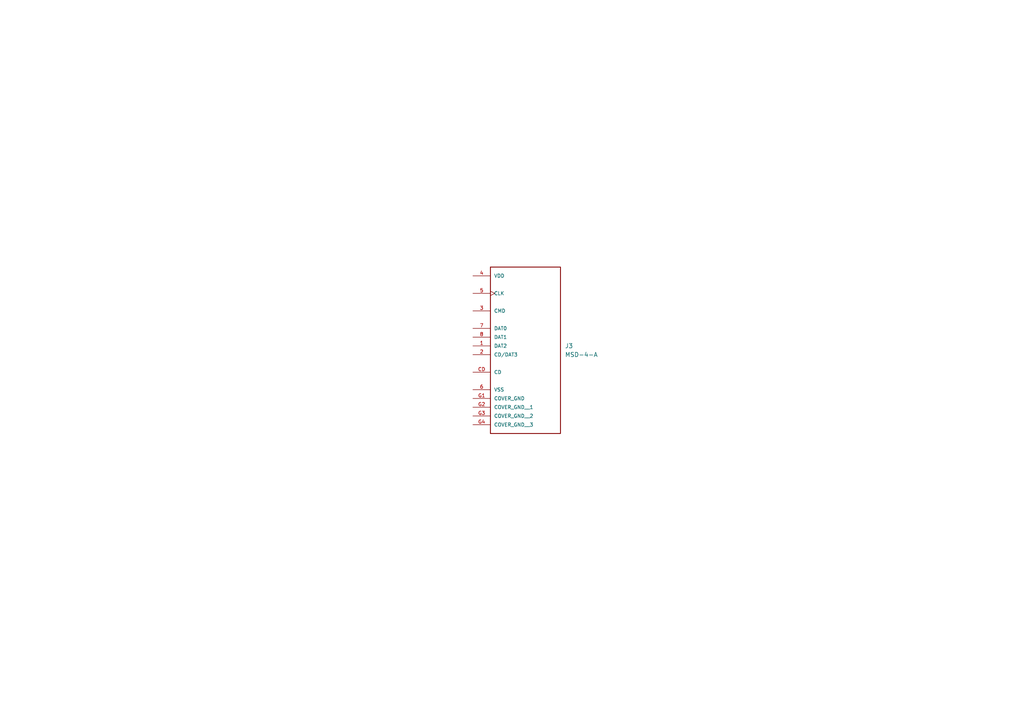
<source format=kicad_sch>
(kicad_sch
	(version 20250114)
	(generator "eeschema")
	(generator_version "9.0")
	(uuid "f12cb1f7-d40e-4624-9f41-c3bd7083808a")
	(paper "A4")
	(lib_symbols
		(symbol "Cosmos Schematic Symbols_V2:MSD-4-A"
			(pin_names
				(offset 1.016)
			)
			(exclude_from_sim no)
			(in_bom yes)
			(on_board yes)
			(property "Reference" "J"
				(at -10.16 21.082 0)
				(effects
					(font
						(size 1.27 1.27)
					)
					(justify left bottom)
				)
			)
			(property "Value" "MSD-4-A"
				(at -10.16 -30.48 0)
				(effects
					(font
						(size 1.27 1.27)
					)
					(justify left bottom)
				)
			)
			(property "Footprint" "MSD-4-A:CUI_MSD-4-A"
				(at -0.762 14.986 0)
				(effects
					(font
						(size 1.27 1.27)
					)
					(justify bottom)
					(hide yes)
				)
			)
			(property "Datasheet" ""
				(at 0 0 0)
				(effects
					(font
						(size 1.27 1.27)
					)
					(hide yes)
				)
			)
			(property "Description" ""
				(at 0 0 0)
				(effects
					(font
						(size 1.27 1.27)
					)
					(hide yes)
				)
			)
			(property "PARTREV" ""
				(at 0.254 15.748 0)
				(effects
					(font
						(size 1.27 1.27)
					)
					(justify bottom)
					(hide yes)
				)
			)
			(property "STANDARD" ""
				(at -0.508 23.876 0)
				(effects
					(font
						(size 1.27 1.27)
					)
					(justify bottom)
					(hide yes)
				)
			)
			(property "MAXIMUM_PACKAGE_HEIGHT" ""
				(at 0.254 12.7 0)
				(effects
					(font
						(size 1.27 1.27)
					)
					(justify bottom)
					(hide yes)
				)
			)
			(property "MANUFACTURER" "CUI Devices"
				(at 0.762 18.288 0)
				(effects
					(font
						(size 1.27 1.27)
					)
					(justify bottom)
					(hide yes)
				)
			)
			(symbol "MSD-4-A_0_0"
				(pin power_in line
					(at -15.24 17.78 0)
					(length 5.08)
					(name "VDD"
						(effects
							(font
								(size 1.016 1.016)
							)
						)
					)
					(number "4"
						(effects
							(font
								(size 1.016 1.016)
							)
						)
					)
				)
				(pin input clock
					(at -15.24 12.7 0)
					(length 5.08)
					(name "CLK"
						(effects
							(font
								(size 1.016 1.016)
							)
						)
					)
					(number "5"
						(effects
							(font
								(size 1.016 1.016)
							)
						)
					)
				)
				(pin bidirectional line
					(at -15.24 7.62 0)
					(length 5.08)
					(name "CMD"
						(effects
							(font
								(size 1.016 1.016)
							)
						)
					)
					(number "3"
						(effects
							(font
								(size 1.016 1.016)
							)
						)
					)
				)
				(pin bidirectional line
					(at -15.24 2.54 0)
					(length 5.08)
					(name "DAT0"
						(effects
							(font
								(size 1.016 1.016)
							)
						)
					)
					(number "7"
						(effects
							(font
								(size 1.016 1.016)
							)
						)
					)
				)
				(pin bidirectional line
					(at -15.24 0 0)
					(length 5.08)
					(name "DAT1"
						(effects
							(font
								(size 1.016 1.016)
							)
						)
					)
					(number "8"
						(effects
							(font
								(size 1.016 1.016)
							)
						)
					)
				)
				(pin bidirectional line
					(at -15.24 -2.54 0)
					(length 5.08)
					(name "DAT2"
						(effects
							(font
								(size 1.016 1.016)
							)
						)
					)
					(number "1"
						(effects
							(font
								(size 1.016 1.016)
							)
						)
					)
				)
				(pin bidirectional line
					(at -15.24 -5.08 0)
					(length 5.08)
					(name "CD/DAT3"
						(effects
							(font
								(size 1.016 1.016)
							)
						)
					)
					(number "2"
						(effects
							(font
								(size 1.016 1.016)
							)
						)
					)
				)
				(pin passive line
					(at -15.24 -10.16 0)
					(length 5.08)
					(name "CD"
						(effects
							(font
								(size 1.016 1.016)
							)
						)
					)
					(number "CD"
						(effects
							(font
								(size 1.016 1.016)
							)
						)
					)
				)
				(pin power_in line
					(at -15.24 -15.24 0)
					(length 5.08)
					(name "VSS"
						(effects
							(font
								(size 1.016 1.016)
							)
						)
					)
					(number "6"
						(effects
							(font
								(size 1.016 1.016)
							)
						)
					)
				)
				(pin power_in line
					(at -15.24 -17.78 0)
					(length 5.08)
					(name "COVER_GND"
						(effects
							(font
								(size 1.016 1.016)
							)
						)
					)
					(number "G1"
						(effects
							(font
								(size 1.016 1.016)
							)
						)
					)
				)
				(pin power_in line
					(at -15.24 -20.32 0)
					(length 5.08)
					(name "COVER_GND__1"
						(effects
							(font
								(size 1.016 1.016)
							)
						)
					)
					(number "G2"
						(effects
							(font
								(size 1.016 1.016)
							)
						)
					)
				)
				(pin power_in line
					(at -15.24 -22.86 0)
					(length 5.08)
					(name "COVER_GND__2"
						(effects
							(font
								(size 1.016 1.016)
							)
						)
					)
					(number "G3"
						(effects
							(font
								(size 1.016 1.016)
							)
						)
					)
				)
				(pin power_in line
					(at -15.24 -25.4 0)
					(length 5.08)
					(name "COVER_GND__3"
						(effects
							(font
								(size 1.016 1.016)
							)
						)
					)
					(number "G4"
						(effects
							(font
								(size 1.016 1.016)
							)
						)
					)
				)
			)
			(symbol "MSD-4-A_1_0"
				(rectangle
					(start -10.16 20.32)
					(end 10.16 -27.94)
					(stroke
						(width 0.254)
						(type default)
					)
					(fill
						(type none)
					)
				)
			)
			(embedded_fonts no)
		)
	)
	(symbol
		(lib_id "Cosmos Schematic Symbols_V2:MSD-4-A")
		(at 152.4 97.79 0)
		(unit 1)
		(exclude_from_sim no)
		(in_bom yes)
		(on_board yes)
		(dnp no)
		(fields_autoplaced yes)
		(uuid "0cc10b14-20d4-416f-bcbf-b8a6a7a69105")
		(property "Reference" "J3"
			(at 163.83 100.3299 0)
			(effects
				(font
					(size 1.27 1.27)
				)
				(justify left)
			)
		)
		(property "Value" "MSD-4-A"
			(at 163.83 102.8699 0)
			(effects
				(font
					(size 1.27 1.27)
				)
				(justify left)
			)
		)
		(property "Footprint" "MSD-4-A:CUI_MSD-4-A"
			(at 151.638 82.804 0)
			(effects
				(font
					(size 1.27 1.27)
				)
				(justify bottom)
				(hide yes)
			)
		)
		(property "Datasheet" ""
			(at 152.4 97.79 0)
			(effects
				(font
					(size 1.27 1.27)
				)
				(hide yes)
			)
		)
		(property "Description" ""
			(at 152.4 97.79 0)
			(effects
				(font
					(size 1.27 1.27)
				)
				(hide yes)
			)
		)
		(property "PARTREV" ""
			(at 152.654 82.042 0)
			(effects
				(font
					(size 1.27 1.27)
				)
				(justify bottom)
				(hide yes)
			)
		)
		(property "STANDARD" ""
			(at 151.892 73.914 0)
			(effects
				(font
					(size 1.27 1.27)
				)
				(justify bottom)
				(hide yes)
			)
		)
		(property "MAXIMUM_PACKAGE_HEIGHT" ""
			(at 152.654 85.09 0)
			(effects
				(font
					(size 1.27 1.27)
				)
				(justify bottom)
				(hide yes)
			)
		)
		(property "MANUFACTURER" "CUI Devices"
			(at 153.162 79.502 0)
			(effects
				(font
					(size 1.27 1.27)
				)
				(justify bottom)
				(hide yes)
			)
		)
		(pin "CD"
			(uuid "10bd7bdd-3aeb-42db-ad25-b05e151f1df5")
		)
		(pin "G3"
			(uuid "d78823e1-0622-4b37-9aa0-d839991e2d84")
		)
		(pin "3"
			(uuid "cbdc6bdb-a090-4c5f-900e-af6f7bb70592")
		)
		(pin "1"
			(uuid "22ad5d79-b99d-48e6-b6f7-b1ab5cb327a0")
		)
		(pin "2"
			(uuid "1ea50bc4-7540-4dae-b2fa-dca3d0fed956")
		)
		(pin "4"
			(uuid "44dccf1f-98de-4f8c-bad1-08f329ff278c")
		)
		(pin "7"
			(uuid "917a0528-0332-4bb0-91d1-612af696a3e1")
		)
		(pin "6"
			(uuid "7319cb77-9c85-4ac8-b6a3-181484be29e7")
		)
		(pin "G1"
			(uuid "c47789a1-e3a2-4626-bc36-18c82fca03e8")
		)
		(pin "G2"
			(uuid "58f1bb8e-866d-4b32-aa12-1f804d925d4d")
		)
		(pin "5"
			(uuid "0b498f94-8ae6-4c6e-941c-7908d116e06e")
		)
		(pin "8"
			(uuid "b4c149dc-e270-4b69-98ca-3b528b6c5294")
		)
		(pin "G4"
			(uuid "28c5d8b1-210b-40cb-9248-42e1712a9396")
		)
		(instances
			(project ""
				(path "/906e79d2-f21c-41e4-84cb-e799c410b05f/3f504c66-18a2-4202-aa06-a8065f9775af"
					(reference "J3")
					(unit 1)
				)
			)
		)
	)
)

</source>
